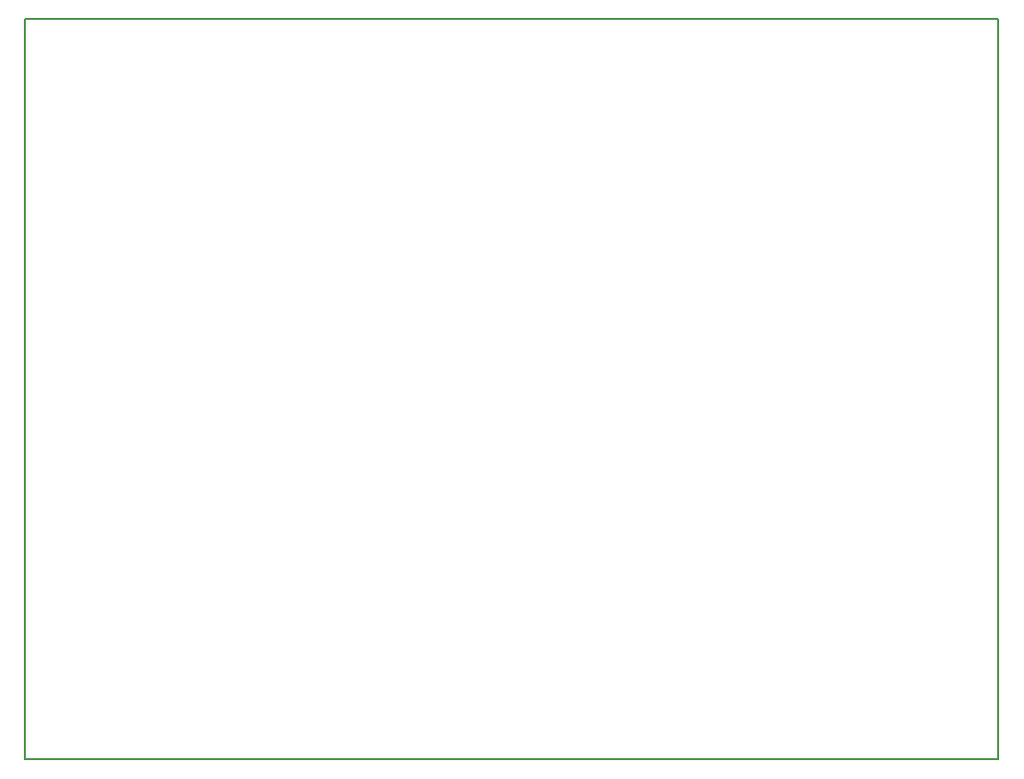
<source format=gbr>
G04 #@! TF.GenerationSoftware,KiCad,Pcbnew,5.1.2-f72e74a~84~ubuntu16.04.1*
G04 #@! TF.CreationDate,2019-06-08T12:34:57+01:00*
G04 #@! TF.ProjectId,bldc-BMS,626c6463-2d42-44d5-932e-6b696361645f,rev?*
G04 #@! TF.SameCoordinates,Original*
G04 #@! TF.FileFunction,Profile,NP*
%FSLAX46Y46*%
G04 Gerber Fmt 4.6, Leading zero omitted, Abs format (unit mm)*
G04 Created by KiCad (PCBNEW 5.1.2-f72e74a~84~ubuntu16.04.1) date 2019-06-08 12:34:57*
%MOMM*%
%LPD*%
G04 APERTURE LIST*
%ADD10C,0.150000*%
G04 APERTURE END LIST*
D10*
X103000000Y-40000000D02*
X103000000Y-103000000D01*
X185800000Y-40000000D02*
X103000000Y-40000000D01*
X185800000Y-103000000D02*
X185800000Y-40000000D01*
X103000000Y-103000000D02*
X185800000Y-103000000D01*
M02*

</source>
